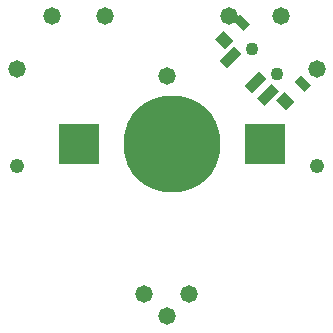
<source format=gbs>
G75*
%MOIN*%
%OFA0B0*%
%FSLAX25Y25*%
%IPPOS*%
%LPD*%
%AMOC8*
5,1,8,0,0,1.08239X$1,22.5*
%
%ADD10C,0.05800*%
%ADD11C,0.04800*%
%ADD12R,0.03556X0.06706*%
%ADD13R,0.04737X0.03162*%
%ADD14R,0.04737X0.03950*%
%ADD15C,0.04343*%
%ADD16C,0.32296*%
%ADD17R,0.13300X0.13300*%
D10*
X0188333Y0098750D03*
X0180833Y0106250D03*
X0195833Y0106250D03*
X0188333Y0178750D03*
X0167708Y0198750D03*
X0150208Y0198750D03*
X0138333Y0181250D03*
X0208958Y0198750D03*
X0226458Y0198750D03*
X0238333Y0181250D03*
D11*
X0238333Y0148750D03*
X0138333Y0148750D03*
D12*
G36*
X0208585Y0181514D02*
X0206070Y0184029D01*
X0210811Y0188770D01*
X0213326Y0186255D01*
X0208585Y0181514D01*
G37*
G36*
X0216936Y0173162D02*
X0214421Y0175677D01*
X0219162Y0180418D01*
X0221677Y0177903D01*
X0216936Y0173162D01*
G37*
G36*
X0221112Y0168986D02*
X0218597Y0171501D01*
X0223338Y0176242D01*
X0225853Y0173727D01*
X0221112Y0168986D01*
G37*
D13*
G36*
X0233222Y0179165D02*
X0236570Y0175817D01*
X0234334Y0173581D01*
X0230986Y0176929D01*
X0233222Y0179165D01*
G37*
G36*
X0212900Y0199487D02*
X0216248Y0196139D01*
X0214012Y0193903D01*
X0210664Y0197251D01*
X0212900Y0199487D01*
G37*
D14*
G36*
X0207333Y0193919D02*
X0210680Y0190572D01*
X0207887Y0187779D01*
X0204540Y0191126D01*
X0207333Y0193919D01*
G37*
G36*
X0227655Y0173597D02*
X0231002Y0170250D01*
X0228209Y0167457D01*
X0224862Y0170804D01*
X0227655Y0173597D01*
G37*
D15*
X0225009Y0179574D03*
X0216658Y0187926D03*
D16*
X0190208Y0156250D03*
D17*
X0159208Y0156250D03*
X0221208Y0156250D03*
M02*

</source>
